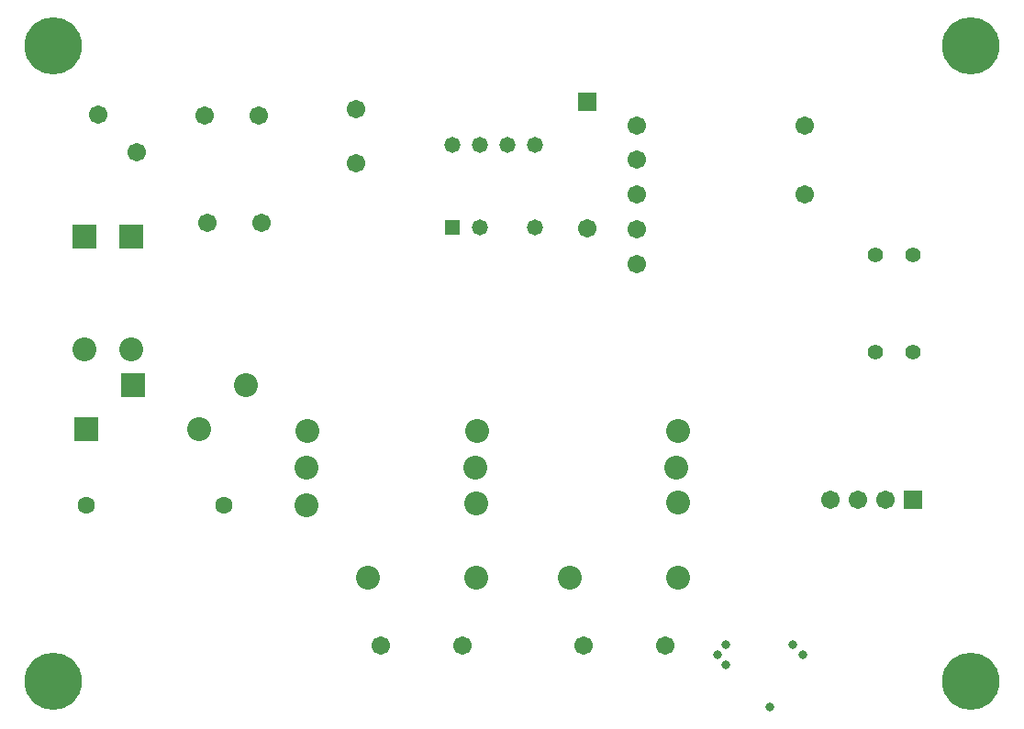
<source format=gts>
%FSLAX25Y25*%
%MOIN*%
G70*
G01*
G75*
G04 Layer_Color=8388736*
%ADD10C,0.02500*%
%ADD11C,0.04724*%
%ADD12C,0.20000*%
%ADD13C,0.07874*%
%ADD14C,0.05906*%
%ADD15R,0.05906X0.05906*%
%ADD16R,0.05906X0.05906*%
%ADD17R,0.07874X0.07874*%
%ADD18R,0.05000X0.05000*%
%ADD19C,0.05000*%
%ADD20R,0.07874X0.07874*%
%ADD21C,0.05512*%
%ADD22C,0.02500*%
%ADD23R,0.02756X0.05118*%
%ADD24R,0.04331X0.02559*%
%ADD25R,0.03543X0.06299*%
%ADD26R,0.03543X0.02362*%
%ADD27R,0.02362X0.03543*%
%ADD28R,0.04921X0.07874*%
%ADD29R,0.05118X0.02756*%
%ADD30R,0.11000X0.15000*%
%ADD31C,0.07500*%
%ADD32C,0.05000*%
%ADD33C,0.03000*%
%ADD34C,0.04000*%
%ADD35C,0.01000*%
%ADD36C,0.00787*%
%ADD37R,0.11110X0.03543*%
%ADD38R,0.03150X0.11024*%
%ADD39R,0.11024X0.03150*%
%ADD40C,0.05524*%
%ADD41C,0.20800*%
%ADD42C,0.08674*%
%ADD43C,0.06706*%
%ADD44R,0.06706X0.06706*%
%ADD45R,0.06706X0.06706*%
%ADD46R,0.08674X0.08674*%
%ADD47R,0.05800X0.05800*%
%ADD48C,0.05800*%
%ADD49R,0.08674X0.08674*%
%ADD50C,0.06312*%
%ADD51C,0.03300*%
D40*
X4438890Y1902500D02*
D03*
X4425110D02*
D03*
Y1867000D02*
D03*
X4438890D02*
D03*
D41*
X4460000Y1978500D02*
D03*
X4126500D02*
D03*
Y1747500D02*
D03*
X4460000D02*
D03*
D42*
X4280000Y1825000D02*
D03*
X4280500Y1838500D02*
D03*
X4353000Y1825000D02*
D03*
X4353500Y1838500D02*
D03*
Y1812500D02*
D03*
X4280185Y1812185D02*
D03*
X4218500Y1811500D02*
D03*
X4219000Y1838500D02*
D03*
X4218500Y1825000D02*
D03*
X4280185Y1785106D02*
D03*
X4240815D02*
D03*
X4314315D02*
D03*
X4353685D02*
D03*
X4179591Y1839000D02*
D03*
X4196590Y1855000D02*
D03*
X4155000Y1867909D02*
D03*
X4138000D02*
D03*
D43*
X4408890Y1813500D02*
D03*
X4418890D02*
D03*
X4428890D02*
D03*
X4275264Y1760500D02*
D03*
X4245736D02*
D03*
X4319236D02*
D03*
X4348764D02*
D03*
X4320500Y1912000D02*
D03*
X4143040Y1953460D02*
D03*
X4156960Y1939540D02*
D03*
X4201185Y1953000D02*
D03*
X4181500D02*
D03*
X4202185Y1914000D02*
D03*
X4182500D02*
D03*
X4236500Y1955343D02*
D03*
Y1935657D02*
D03*
X4399524Y1924303D02*
D03*
Y1949500D02*
D03*
X4338500Y1899106D02*
D03*
Y1911705D02*
D03*
Y1924303D02*
D03*
Y1936902D02*
D03*
Y1949500D02*
D03*
D44*
X4438890Y1813500D02*
D03*
D45*
X4320500Y1958000D02*
D03*
D46*
X4138409Y1839000D02*
D03*
X4155409Y1855000D02*
D03*
D47*
X4271500Y1912500D02*
D03*
D48*
X4281500D02*
D03*
X4301500D02*
D03*
X4271500Y1942500D02*
D03*
X4281500D02*
D03*
X4291500D02*
D03*
X4301500D02*
D03*
D49*
X4155000Y1909091D02*
D03*
X4138000D02*
D03*
D50*
X4138500Y1811500D02*
D03*
X4188500D02*
D03*
D51*
X4387000Y1738000D02*
D03*
X4371000Y1760740D02*
D03*
X4399000Y1757000D02*
D03*
X4395240Y1760740D02*
D03*
X4371000Y1753260D02*
D03*
X4368000Y1757000D02*
D03*
M02*

</source>
